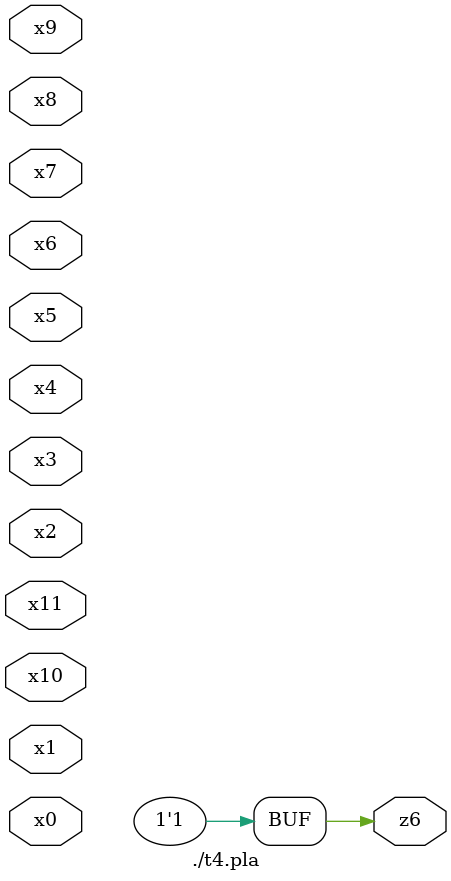
<source format=v>

module \./t4.pla  ( 
    x0, x1, x2, x3, x4, x5, x6, x7, x8, x9, x10, x11,
    z6  );
  input  x0, x1, x2, x3, x4, x5, x6, x7, x8, x9, x10, x11;
  output z6;
  assign z6 = 1'b1;
endmodule



</source>
